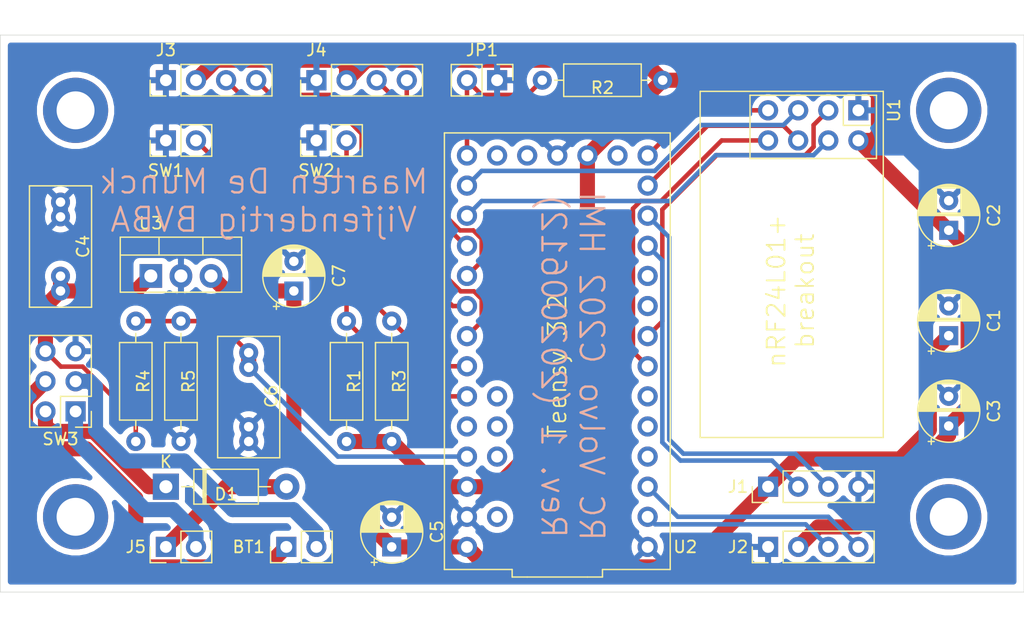
<source format=kicad_pcb>
(kicad_pcb (version 20211014) (generator pcbnew)
  (title_block (title "Earth Rover") (date "2020-06-23") (rev "2") (company "Vijfendertig BVBA") (comment 1 "Maarten De Munck") (comment 2 "Human Machine Interface"))
  (layers (0 "F.Cu" signal) (31 "B.Cu" signal) (34 "B.Paste" user) (35 "F.Paste" user) (36 "B.SilkS" user "B.Silkscreen") (37 "F.SilkS" user "F.Silkscreen") (38 "B.Mask" user) (39 "F.Mask" user) (44 "Edge.Cuts" user))
  (net 0 "")
  (net 1 "+5V")
  (net 2 "GND")
  (net 3 "Net-(C4-Pad1)")
  (net 4 "/BATTERY_MONITOR")
  (net 5 "Net-(D1-Pad1)")
  (net 6 "/CHARGE_+")
  (net 7 "/NEXTION_TX")
  (net 8 "/NEXTION_RX")
  (net 9 "/GPS_SERIAL_RX")
  (net 10 "/GPS_SERIAL_TX")
  (net 11 "/JS_LEFT_X")
  (net 12 "/JS_LEFT_Y")
  (net 13 "/JS_RIGHT_Y")
  (net 14 "/JS_RIGHT_X")
  (net 15 "/CHARGE_GND")
  (net 16 "/RESET_EEPROM")
  (net 17 "/BTN_LEFT")
  (net 18 "/BTN_RIGHT")
  (net 19 "/NRF24L01_CE")
  (net 20 "/NRF24L01_CSN")
  (net 21 "/NRF24L01_SCK")
  (net 22 "/NRF24L01_MOSI")
  (net 23 "/NRF24L01_MISO")
  (net 24 "/NRF24L01_IRQ")
  (net 25 "/BATT_GND")
  (net 26 "/BATT_+")
  (net 27 "Net-(U2-Pad9)")
  (net 28 "Net-(U2-Pad6)")
  (net 29 "Net-(U2-Pad5)")
  (net 30 "Net-(U2-Pad4)")
  (net 31 "Net-(U2-Pad37)")
  (net 32 "Net-(U2-Pad36)")
  (net 33 "Net-(U2-Pad35)")
  (net 34 "Net-(U2-Pad34)")
  (net 35 "Net-(U2-Pad29)")
  (net 36 "Net-(U2-Pad19)")
  (net 37 "Net-(U2-Pad18)")
  (net 38 "Net-(U2-Pad15)")
  (net 39 "Net-(U2-Pad10)")
  (net 40 "+3V3")
  (footprint "Capacitor_THT:CP_Radial_D5.0mm_P2.50mm" (layer "F.Cu") (at 146.05 149.82 90)
    (fp_text reference "C1" (at 1.25 3.81 90) (layer "F.SilkS"))
    (fp_text value "10u")
    (pad "1" thru_hole rect locked (at 0 0 90) (size 1.6 1.6) (drill 0.8) (layers *.Cu *.Mask) (net 1 "+5V"))
    (pad "2" thru_hole circle locked (at 2.5 0 90) (size 1.6 1.6) (drill 0.8) (layers *.Cu *.Mask) (net 2 "GND"))
  )
  (footprint "Capacitor_THT:CP_Radial_D5.0mm_P2.50mm" (layer "F.Cu") (at 146.05 157.44 90)
    (fp_text reference "C3" (at 1.25 3.81 90) (layer "F.SilkS"))
    (fp_text value "10u")
    (pad "1" thru_hole rect locked (at 0 0 90) (size 1.6 1.6) (drill 0.8) (layers *.Cu *.Mask) (net 40 "+3V3"))
    (pad "2" thru_hole circle locked (at 2.5 0 90) (size 1.6 1.6) (drill 0.8) (layers *.Cu *.Mask) (net 2 "GND"))
  )
  (footprint "Capacitor_THT:C_Rect_L10.0mm_W5.0mm_P5.00mm_P7.50mm" (layer "F.Cu") (at 71.12 146.05 90)
    (fp_text reference "C4" (at 3.75 1.905 90) (layer "F.SilkS"))
    (fp_text value "470n")
    (pad "1" thru_hole circle locked (at 1.25 0 90) (size 1.6 1.6) (drill 0.8) (layers *.Cu *.Mask) (net 3 "Net-(C4-Pad1)"))
    (pad "1" thru_hole circle locked (at 0 0 90) (size 1.6 1.6) (drill 0.8) (layers *.Cu *.Mask) (net 3 "Net-(C4-Pad1)"))
    (pad "2" thru_hole circle locked (at 6.25 0 90) (size 1.6 1.6) (drill 0.8) (layers *.Cu *.Mask) (net 2 "GND"))
    (pad "2" thru_hole circle locked (at 7.5 0 90) (size 1.6 1.6) (drill 0.8) (layers *.Cu *.Mask) (net 2 "GND"))
  )
  (footprint "Capacitor_THT:CP_Radial_D5.0mm_P2.50mm" (layer "F.Cu") (at 99.06 167.64 90)
    (fp_text reference "C5" (at 1.27 3.81 90) (layer "F.SilkS"))
    (fp_text value "10u")
    (pad "1" thru_hole rect locked (at 0 0 90) (size 1.6 1.6) (drill 0.8) (layers *.Cu *.Mask) (net 1 "+5V"))
    (pad "2" thru_hole circle locked (at 2.5 0 90) (size 1.6 1.6) (drill 0.8) (layers *.Cu *.Mask) (net 2 "GND"))
  )
  (footprint "Capacitor_THT:C_Rect_L10.0mm_W5.0mm_P5.00mm_P7.50mm" (layer "F.Cu") (at 86.995 151.25 -90)
    (fp_text reference "C6" (at 3.69 -1.905 90) (layer "F.SilkS"))
    (fp_text value "100n")
    (pad "1" thru_hole circle locked (at 1.25 0 270) (size 1.6 1.6) (drill 0.8) (layers *.Cu *.Mask) (net 4 "/BATTERY_MONITOR"))
    (pad "1" thru_hole circle locked (at 0 0 270) (size 1.6 1.6) (drill 0.8) (layers *.Cu *.Mask) (net 4 "/BATTERY_MONITOR"))
    (pad "2" thru_hole circle locked (at 7.5 0 270) (size 1.6 1.6) (drill 0.8) (layers *.Cu *.Mask) (net 2 "GND"))
    (pad "2" thru_hole circle locked (at 6.25 0 270) (size 1.6 1.6) (drill 0.8) (layers *.Cu *.Mask) (net 2 "GND"))
  )
  (footprint "Capacitor_THT:CP_Radial_D5.0mm_P2.50mm" (layer "F.Cu") (at 90.805 146.05 90)
    (fp_text reference "C7" (at 1.27 3.81 90) (layer "F.SilkS"))
    (fp_text value "47u")
    (pad "1" thru_hole rect locked (at 0 0 90) (size 1.6 1.6) (drill 0.8) (layers *.Cu *.Mask) (net 1 "+5V"))
    (pad "2" thru_hole circle locked (at 2.5 0 90) (size 1.6 1.6) (drill 0.8) (layers *.Cu *.Mask) (net 2 "GND"))
  )
  (footprint "Connector_PinHeader_2.54mm:PinHeader_1x04_P2.54mm_Vertical" (layer "F.Cu") (at 130.81 167.64 90)
    (fp_text reference "J2" (at 0 -2.54 180) (layer "F.SilkS"))
    (fp_text value "Conn_01x04_Male")
    (pad "1" thru_hole rect locked (at 0 0 90) (size 1.7 1.7) (drill 1) (layers *.Cu *.Mask) (net 2 "GND"))
    (pad "2" thru_hole oval locked (at 0 2.54 90) (size 1.7 1.7) (drill 1) (layers *.Cu *.Mask) (net 40 "+3V3"))
    (pad "3" thru_hole oval locked (at 0 5.08 90) (size 1.7 1.7) (drill 1) (layers *.Cu *.Mask) (net 10 "/GPS_SERIAL_TX"))
    (pad "4" thru_hole oval locked (at 0 7.62 90) (size 1.7 1.7) (drill 1) (layers *.Cu *.Mask) (net 9 "/GPS_SERIAL_RX"))
  )
  (footprint "Connector_PinHeader_2.54mm:PinHeader_1x04_P2.54mm_Vertical" (layer "F.Cu") (at 80.01 128.27 90)
    (fp_text reference "J3" (at 2.54 0 180) (layer "F.SilkS"))
    (fp_text value "Conn_01x04_Male")
    (pad "1" thru_hole rect locked (at 0 0 90) (size 1.7 1.7) (drill 1) (layers *.Cu *.Mask) (net 2 "GND"))
    (pad "2" thru_hole oval locked (at 0 2.54 90) (size 1.7 1.7) (drill 1) (layers *.Cu *.Mask) (net 40 "+3V3"))
    (pad "3" thru_hole oval locked (at 0 5.08 90) (size 1.7 1.7) (drill 1) (layers *.Cu *.Mask) (net 11 "/JS_LEFT_X"))
    (pad "4" thru_hole oval locked (at 0 7.62 90) (size 1.7 1.7) (drill 1) (layers *.Cu *.Mask) (net 12 "/JS_LEFT_Y"))
  )
  (footprint "Connector_PinHeader_2.54mm:PinHeader_1x04_P2.54mm_Vertical" (layer "F.Cu") (at 92.71 128.27 90)
    (fp_text reference "J4" (at 2.54 0 180) (layer "F.SilkS"))
    (fp_text value "Conn_01x04_Male")
    (pad "1" thru_hole rect locked (at 0 0 90) (size 1.7 1.7) (drill 1) (layers *.Cu *.Mask) (net 2 "GND"))
    (pad "2" thru_hole oval locked (at 0 2.54 90) (size 1.7 1.7) (drill 1) (layers *.Cu *.Mask) (net 40 "+3V3"))
    (pad "3" thru_hole oval locked (at 0 5.08 90) (size 1.7 1.7) (drill 1) (layers *.Cu *.Mask) (net 14 "/JS_RIGHT_X"))
    (pad "4" thru_hole oval locked (at 0 7.62 90) (size 1.7 1.7) (drill 1) (layers *.Cu *.Mask) (net 13 "/JS_RIGHT_Y"))
  )
  (footprint "Connector_PinHeader_2.54mm:PinHeader_1x02_P2.54mm_Vertical" (layer "F.Cu") (at 107.95 128.27 -90)
    (fp_text reference "JP1" (at -2.54 1.27 180) (layer "F.SilkS"))
    (fp_text value "Jumper_2_Open")
    (pad "1" thru_hole rect locked (at 0 0 270) (size 1.7 1.7) (drill 1) (layers *.Cu *.Mask) (net 2 "GND"))
    (pad "2" thru_hole oval locked (at 0 2.54 270) (size 1.7 1.7) (drill 1) (layers *.Cu *.Mask) (net 16 "/RESET_EEPROM"))
  )
  (footprint "Resistor_THT:R_Axial_DIN0207_L6.3mm_D2.5mm_P10.16mm_Horizontal" (layer "F.Cu") (at 95.25 158.75 90)
    (fp_text reference "R1" (at 5.08 0.635 90) (layer "F.SilkS"))
    (fp_text value "10k")
    (pad "1" thru_hole circle locked (at 0 0 90) (size 1.6 1.6) (drill 0.8) (layers *.Cu *.Mask) (net 40 "+3V3"))
    (pad "2" thru_hole oval locked (at 10.16 0 90) (size 1.6 1.6) (drill 0.8) (layers *.Cu *.Mask) (net 17 "/BTN_LEFT"))
  )
  (footprint "Resistor_THT:R_Axial_DIN0207_L6.3mm_D2.5mm_P10.16mm_Horizontal" (layer "F.Cu") (at 77.47 148.59 -90)
    (fp_text reference "R4" (at 5.08 -0.635 90) (layer "F.SilkS"))
    (fp_text value "220k, 1%")
    (pad "1" thru_hole circle locked (at 0 0 270) (size 1.6 1.6) (drill 0.8) (layers *.Cu *.Mask) (net 4 "/BATTERY_MONITOR"))
    (pad "2" thru_hole oval locked (at 10.16 0 270) (size 1.6 1.6) (drill 0.8) (layers *.Cu *.Mask) (net 3 "Net-(C4-Pad1)"))
  )
  (footprint "Resistor_THT:R_Axial_DIN0207_L6.3mm_D2.5mm_P10.16mm_Horizontal" (layer "F.Cu") (at 81.28 158.75 90)
    (fp_text reference "R5" (at 5.08 0.635 90) (layer "F.SilkS"))
    (fp_text value "100k, 1%")
    (pad "1" thru_hole circle locked (at 0 0 90) (size 1.6 1.6) (drill 0.8) (layers *.Cu *.Mask) (net 2 "GND"))
    (pad "2" thru_hole oval locked (at 10.16 0 90) (size 1.6 1.6) (drill 0.8) (layers *.Cu *.Mask) (net 4 "/BATTERY_MONITOR"))
  )
  (footprint "Connector_PinHeader_2.54mm:PinHeader_1x02_P2.54mm_Vertical" (layer "F.Cu") (at 80.01 133.35 90)
    (fp_text reference "SW1" (at -2.54 0 180) (layer "F.SilkS"))
    (fp_text value "SW_Push")
    (pad "1" thru_hole rect locked (at 0 0 90) (size 1.7 1.7) (drill 1) (layers *.Cu *.Mask) (net 2 "GND"))
    (pad "2" thru_hole oval locked (at 0 2.54 90) (size 1.7 1.7) (drill 1) (layers *.Cu *.Mask) (net 17 "/BTN_LEFT"))
  )
  (footprint "Connector_PinHeader_2.54mm:PinHeader_1x02_P2.54mm_Vertical" (layer "F.Cu") (at 92.71 133.35 90)
    (fp_text reference "SW2" (at -2.54 0 180) (layer "F.SilkS"))
    (fp_text value "SW_Push")
    (pad "1" thru_hole rect locked (at 0 0 90) (size 1.7 1.7) (drill 1) (layers *.Cu *.Mask) (net 2 "GND"))
    (pad "2" thru_hole oval locked (at 0 2.54 90) (size 1.7 1.7) (drill 1) (layers *.Cu *.Mask) (net 18 "/BTN_RIGHT"))
  )
  (footprint "earth-rover-footprints:Teensy_3.2" (layer "F.Cu") (at 113.03 151.13 90)
    (fp_text reference "U2" (at -16.51 10.795 180) (layer "F.SilkS"))
    (fp_text value "Teensy3.2")
    (pad "1" thru_hole circle locked (at -16.51 7.62 90) (size 1.7 1.7) (drill 1) (layers *.Cu *.Mask) (net 2 "GND"))
    (pad "2" thru_hole circle locked (at -13.97 7.62 90) (size 1.7 1.7) (drill 1) (layers *.Cu *.Mask) (net 10 "/GPS_SERIAL_TX"))
    (pad "3" thru_hole circle locked (at -11.43 7.62 90) (size 1.7 1.7) (drill 1) (layers *.Cu *.Mask) (net 9 "/GPS_SERIAL_RX"))
    (pad "4" thru_hole circle locked (at -8.89 7.62 90) (size 1.7 1.7) (drill 1) (layers *.Cu *.Mask) (net 30 "Net-(U2-Pad4)"))
    (pad "5" thru_hole circle locked (at -6.35 7.62 90) (size 1.7 1.7) (drill 1) (layers *.Cu *.Mask) (net 29 "Net-(U2-Pad5)"))
    (pad "6" thru_hole circle locked (at -3.81 7.62 90) (size 1.7 1.7) (drill 1) (layers *.Cu *.Mask) (net 28 "Net-(U2-Pad6)"))
    (pad "7" thru_hole circle locked (at -1.27 7.62 90) (size 1.7 1.7) (drill 1) (layers *.Cu *.Mask) (net 24 "/NRF24L01_IRQ"))
    (pad "8" thru_hole circle locked (at 1.27 7.62 90) (size 1.7 1.7) (drill 1) (layers *.Cu *.Mask) (net 19 "/NRF24L01_CE"))
    (pad "9" thru_hole circle locked (at 3.81 7.62 90) (size 1.7 1.7) (drill 1) (layers *.Cu *.Mask) (net 27 "Net-(U2-Pad9)"))
    (pad "10" thru_hole circle locked (at 6.35 7.62 90) (size 1.7 1.7) (drill 1) (layers *.Cu *.Mask) (net 39 "Net-(U2-Pad10)"))
    (pad "11" thru_hole circle locked (at 8.89 7.62 90) (size 1.7 1.7) (drill 1) (layers *.Cu *.Mask) (net 7 "/NEXTION_TX"))
    (pad "12" thru_hole circle locked (at 11.43 7.62 90) (size 1.7 1.7) (drill 1) (layers *.Cu *.Mask) (net 8 "/NEXTION_RX"))
    (pad "13" thru_hole circle locked (at 13.97 7.62 90) (size 1.7 1.7) (drill 1) (layers *.Cu *.Mask) (net 22 "/NRF24L01_MOSI"))
    (pad "14" thru_hole circle locked (at 16.51 7.62 90) (size 1.7 1.7) (drill 1) (layers *.Cu *.Mask) (net 23 "/NRF24L01_MISO"))
    (pad "15" thru_hole circle locked (at 16.51 5.08 90) (size 1.7 1.7) (drill 1) (layers *.Cu *.Mask) (net 38 "Net-(U2-Pad15)"))
    (pad "16" thru_hole circle locked (at 16.51 2.54 90) (size 1.7 1.7) (drill 1) (layers *.Cu *.Mask) (net 40 "+3V3"))
    (pad "17" thru_hole circle locked (at 16.51 0 90) (size 1.7 1.7) (drill 1) (layers *.Cu *.Mask) (net 2 "GND"))
    (pad "18" thru_hole circle locked (at 16.51 -2.54 90) (size 1.7 1.7) (drill 1) (layers *.Cu *.Mask) (net 37 "Net-(U2-Pad18)"))
    (pad "19" thru_hole circle locked (at 16.51 -5.08 90) (size 1.7 1.7) (drill 1) (layers *.Cu *.Mask) (net 36 "Net-(U2-Pad19)"))
    (pad "20" thru_hole circle locked (at 16.51 -7.62 90) (size 1.7 1.7) (drill 1) (layers *.Cu *.Mask) (net 16 "/RESET_EEPROM"))
    (pad "21" thru_hole circle locked (at 13.97 -7.62 90) (size 1.7 1.7) (drill 1) (layers *.Cu *.Mask) (net 21 "/NRF24L01_SCK"))
    (pad "22" thru_hole circle locked (at 11.43 -7.62 90) (size 1.7 1.7) (drill 1) (layers *.Cu *.Mask) (net 20 "/NRF24L01_CSN"))
    (pad "23" thru_hole circle locked (at 8.89 -7.62 90) (size 1.7 1.7) (drill 1) (layers *.Cu *.Mask) (net 14 "/JS_RIGHT_X"))
    (pad "24" thru_hole circle locked (at 6.35 -7.62 90) (size 1.7 1.7) (drill 1) (layers *.Cu *.Mask) (net 13 "/JS_RIGHT_Y"))
    (pad "25" thru_hole circle locked (at 3.81 -7.62 90) (size 1.7 1.7) (drill 1) (layers *.Cu *.Mask) (net 11 "/JS_LEFT_X"))
    (pad "26" thru_hole circle locked (at 1.27 -7.62 90) (size 1.7 1.7) (drill 1) (layers *.Cu *.Mask) (net 12 "/JS_LEFT_Y"))
    (pad "27" thru_hole circle locked (at -1.27 -7.62 90) (size 1.7 1.7) (drill 1) (layers *.Cu *.Mask) (net 18 "/BTN_RIGHT"))
    (pad "28" thru_hole circle locked (at -3.81 -7.62 90) (size 1.7 1.7) (drill 1) (layers *.Cu *.Mask) (net 17 "/BTN_LEFT"))
    (pad "29" thru_hole circle locked (at -6.35 -7.62 90) (size 1.7 1.7) (drill 1) (layers *.Cu *.Mask) (net 35 "Net-(U2-Pad29)"))
    (pad "30" thru_hole circle locked (at -8.89 -7.62 90) (size 1.7 1.7) (drill 1) (layers *.Cu *.Mask) (net 4 "/BATTERY_MONITOR"))
    (pad "31" thru_hole circle locked (at -11.43 -7.62 90) (size 1.7 1.7) (drill 1) (layers *.Cu *.Mask) (net 40 "+3V3"))
    (pad "32" thru_hole circle locked (at -13.97 -7.62 90) (size 1.7 1.7) (drill 1) (layers *.Cu *.Mask) (net 2 "GND"))
    (pad "33" thru_hole circle locked (at -16.51 -7.62 90) (size 1.7 1.7) (drill 1) (layers *.Cu *.Mask) (net 1 "+5V"))
    (pad "34" thru_hole circle locked (at -13.97 -5.08 90) (size 1.7 1.7) (drill 1) (layers *.Cu *.Mask) (net 34 "Net-(U2-Pad34)"))
    (pad "35" thru_hole circle locked (at -8.89 -5.08 90) (size 1.7 1.7) (drill 1) (layers *.Cu *.Mask) (net 33 "Net-(U2-Pad35)"))
    (pad "36" thru_hole circle locked (at -6.35 -5.08 90) (size 1.7 1.7) (drill 1) (layers *.Cu *.Mask) (net 32 "Net-(U2-Pad36)"))
    (pad "37" thru_hole circle locked (at -3.81 -5.08 90) (size 1.7 1.7) (drill 1) (layers *.Cu *.Mask) (net 31 "Net-(U2-Pad37)"))
  )
  (footprint "Package_TO_SOT_THT:TO-220-3_Vertical" (layer "F.Cu") (at 78.74 144.78)
    (fp_text reference "U3" (at 0 -4.445) (layer "F.SilkS"))
    (fp_text value "LM2940CT-5.0")
    (pad "1" thru_hole rect locked (at 0 0) (size 1.905 2) (drill 1.1) (layers *.Cu *.Mask) (net 3 "Net-(C4-Pad1)"))
    (pad "2" thru_hole oval locked (at 2.54 0) (size 1.905 2) (drill 1.1) (layers *.Cu *.Mask) (net 2 "GND"))
    (pad "3" thru_hole oval locked (at 5.08 0) (size 1.905 2) (drill 1.1) (layers *.Cu *.Mask) (net 1 "+5V"))
  )
  (footprint "Resistor_THT:R_Axial_DIN0207_L6.3mm_D2.5mm_P10.16mm_Horizontal" (layer "F.Cu") (at 121.92 128.27 180)
    (fp_text reference "R2" (at 5.08 -0.635) (layer "F.SilkS"))
    (fp_text value "10k")
    (pad "1" thru_hole circle locked (at 0 0 180) (size 1.6 1.6) (drill 0.8) (layers *.Cu *.Mask) (net 40 "+3V3"))
    (pad "2" thru_hole oval locked (at 10.16 0 180) (size 1.6 1.6) (drill 0.8) (layers *.Cu *.Mask) (net 16 "/RESET_EEPROM"))
  )
  (footprint "Diode_THT:D_DO-41_SOD81_P10.16mm_Horizontal" (layer "F.Cu") (at 80.01 162.56)
    (fp_text reference "D1" (at 5.08 0.635) (layer "F.SilkS"))
    (fp_text value "1N4001")
    (fp_text user "K" (at 0 -2.1) (layer "F.SilkS"))
    (pad "1" thru_hole rect locked (at 0 0) (size 2.2 2.2) (drill 1.1) (layers *.Cu *.Mask) (net 5 "Net-(D1-Pad1)"))
    (pad "2" thru_hole oval locked (at 10.16 0) (size 2.2 2.2) (drill 1.1) (layers *.Cu *.Mask) (net 6 "/CHARGE_+"))
  )
  (footprint "earth-rover-footprints:PinHeader_2x03_P2.54mm_Vertical_Switch_DPDT" (layer "F.Cu") (at 72.39 156.21 180)
    (fp_text reference "SW3" (at 1.27 -2.33) (layer "F.SilkS"))
    (fp_text value "SW_DPDT_x2")
    (pad "1" thru_hole rect locked (at 0 0 180) (size 1.7 1.7) (drill 1) (layers *.Cu *.Mask) (net 15 "/CHARGE_GND"))
    (pad "2" thru_hole oval locked (at 0 2.54 180) (size 1.7 1.7) (drill 1) (layers *.Cu *.Mask) (net 25 "/BATT_GND"))
    (pad "3" thru_hole oval locked (at 0 5.08 180) (size 1.7 1.7) (drill 1) (layers *.Cu *.Mask) (net 2 "GND"))
    (pad "4" thru_hole oval locked (at 2.54 0 180) (size 1.7 1.7) (drill 1) (layers *.Cu *.Mask) (net 5 "Net-(D1-Pad1)"))
    (pad "5" thru_hole oval locked (at 2.54 2.54 180) (size 1.7 1.7) (drill 1) (layers *.Cu *.Mask) (net 26 "/BATT_+"))
    (pad "6" thru_hole oval locked (at 2.54 5.08 180) (size 1.7 1.7) (drill 1) (layers *.Cu *.Mask) (net 3 "Net-(C4-Pad1)"))
  )
  (footprint "Capacitor_THT:CP_Radial_D5.0mm_P2.50mm" (layer "F.Cu") (at 146.05 140.93 90)
    (fp_text reference "C2" (at 1.25 3.81 90) (layer "F.SilkS"))
    (fp_text value "10u")
    (pad "1" thru_hole rect locked (at 0 0 90) (size 1.6 1.6) (drill 0.8) (layers *.Cu *.Mask) (net 40 "+3V3"))
    (pad "2" thru_hole circle locked (at 2.5 0 90) (size 1.6 1.6) (drill 0.8) (layers *.Cu *.Mask) (net 2 "GND"))
  )
  (footprint "Connector_PinHeader_2.54mm:PinHeader_1x02_P2.54mm_Vertical" (layer "F.Cu") (at 80.01 167.64 90)
    (fp_text reference "J5" (at 0 -2.54 180) (layer "F.SilkS"))
    (fp_text value "5.4mm/2.5mm")
    (pad "1" thru_hole rect locked (at 0 0 90) (size 1.7 1.7) (drill 1) (layers *.Cu *.Mask) (net 6 "/CHARGE_+"))
    (pad "2" thru_hole oval locked (at 0 2.54 90) (size 1.7 1.7) (drill 1) (layers *.Cu *.Mask) (net 15 "/CHARGE_GND"))
  )
  (footprint "Resistor_THT:R_Axial_DIN0207_L6.3mm_D2.5mm_P10.16mm_Horizontal" (layer "F.Cu") (at 99.06 158.75 90)
    (fp_text reference "R3" (at 5.08 0.635 90) (layer "F.SilkS"))
    (fp_text value "10k")
    (pad "1" thru_hole circle locked (at 0 0 90) (size 1.6 1.6) (drill 0.8) (layers *.Cu *.Mask) (net 40 "+3V3"))
    (pad "2" thru_hole oval locked (at 10.16 0 90) (size 1.6 1.6) (drill 0.8) (layers *.Cu *.Mask) (net 18 "/BTN_RIGHT"))
  )
  (footprint "Connector_PinHeader_2.54mm:PinHeader_1x04_P2.54mm_Vertical" (layer "F.Cu") (at 130.81 162.56 90)
    (fp_text reference "J1" (at 0 -2.54 180) (layer "F.SilkS"))
    (fp_text value "Conn_01x04_Male")
    (pad "1" thru_hole rect locked (at 0 0 90) (size 1.7 1.7) (drill 1) (layers *.Cu *.Mask) (net 1 "+5V"))
    (pad "2" thru_hole oval locked (at 0 2.54 90) (size 1.7 1.7) (drill 1) (layers *.Cu *.Mask) (net 7 "/NEXTION_TX"))
    (pad "3" thru_hole oval locked (at 0 5.08 90) (size 1.7 1.7) (drill 1) (layers *.Cu *.Mask) (net 8 "/NEXTION_RX"))
    (pad "4" thru_hole oval locked (at 0 7.62 90) (size 1.7 1.7) (drill 1) (layers *.Cu *.Mask) (net 2 "GND"))
  )
  (footprint "Connector_PinHeader_2.54mm:PinHeader_1x02_P2.54mm_Vertical" (layer "F.Cu") (at 90.17 167.64 90)
    (fp_text reference "BT1" (at 0 -3.175 180) (layer "F.SilkS"))
    (fp_text value "6x NiMH AA")
    (pad "1" thru_hole rect locked (at 0 0 90) (size 1.7 1.7) (drill 1) (layers *.Cu *.Mask) (net 26 "/BATT_+"))
    (pad "2" thru_hole oval locked (at 0 2.54 90) (size 1.7 1.7) (drill 1) (layers *.Cu *.Mask) (net 25 "/BATT_GND"))
  )
  (footprint "MountingHole:MountingHole_3.2mm_M3_ISO14580_Pad" (layer "F.Cu") (at 146.05 165.1)
    (fp_text reference "REF**" hide)
    (fp_text value "MountingHole_3.2mm_M3_ISO14580_Pad" hide)
    (pad "1" thru_hole circle locked (at 0 0) (size 5.5 5.5) (drill 3.2) (layers *.Cu *.Mask))
  )
  (footprint "MountingHole:MountingHole_3.2mm_M3_ISO14580_Pad" (layer "F.Cu") (at 72.39 165.1)
    (fp_text reference "REF**" hide)
    (fp_text value "MountingHole_3.2mm_M3_ISO14580_Pad" hide)
    (pad "1" thru_hole circle locked (at 0 0) (size 5.5 5.5) (drill 3.2) (layers *.Cu *.Mask))
  )
  (footprint "MountingHole:MountingHole_3.2mm_M3_ISO14580_Pad" (layer "F.Cu") (at 146.05 130.81)
    (fp_text reference "REF**" hide)
    (fp_text value "MountingHole_3.2mm_M3_ISO14580_Pad" hide)
    (pad "1" thru_hole circle locked (at 0 0) (size 5.5 5.5) (drill 3.2) (layers *.Cu *.Mask))
  )
  (footprint "MountingHole:MountingHole_3.2mm_M3_ISO14580_Pad" (layer "F.Cu") (at 72.39 130.81)
    (fp_text reference "REF**" hide)
    (fp_text value "MountingHole_3.2mm_M3_ISO14580_Pad" hide)
    (pad "1" thru_hole circle locked (at 0 0) (size 5.5 5.5) (drill 3.2) (layers *.Cu *.Mask))
  )
  (footprint "earth-rover-footprints:nRF24L01_Breakout_LargerHoles" (layer "F.Cu") (at 138.43 130.81 -90)
    (fp_text reference "U1" (at 0 -3 90) (layer "F.SilkS"))
    (fp_text value "NRF24L01+")
    (pad "1" thru_hole rect locked (at 0 0 270) (size 1.7 1.7) (drill 1) (layers *.Cu *.Mask) (net 2 "GND"))
    (pad "2" thru_hole oval locked (at 2.54 0 270) (size 1.7 1.7) (drill 1) (layers *.Cu *.Mask) (net 40 "+3V3"))
    (pad "3" thru_hole oval locked (at 0 2.54 270) (size 1.7 1.7) (drill 1) (layers *.Cu *.Mask) (net 19 "/NRF24L01_CE"))
    (pad "4" thru_hole oval locked (at 2.54 2.54 270) (size 1.7 1.7) (drill 1) (layers *.Cu *.Mask) (net 20 "/NRF24L01_CSN"))
    (pad "5" thru_hole oval locked (at 0 5.08 270) (size 1.7 1.7) (drill 1) (layers *.Cu *.Mask) (net 21 "/NRF24L01_SCK"))
    (pad "6" thru_hole oval locked (at 2.54 5.08 270) (size 1.7 1.7) (drill 1) (layers *.Cu *.Mask) (net 22 "/NRF24L01_MOSI"))
    (pad "7" thru_hole oval locked (at 0 7.62 270) (size 1.7 1.7) (drill 1) (layers *.Cu *.Mask) (net 23 "/NRF24L01_MISO"))
    (pad "8" thru_hole oval locked (at 2.54 7.62 270) (size 1.7 1.7) (drill 1) (layers *.Cu *.Mask) (net 24 "/NRF24L01_IRQ"))
  )
  (gr_line (start 66.04 171.45) (end 66.04 124.46) (layer "Edge.Cuts") (width 0.05))
  (gr_line (start 66.04 171.45) (end 152.4 171.45) (layer "Edge.Cuts") (width 0.05))
  (gr_line (start 152.4 124.46) (end 152.4 171.45) (layer "Edge.Cuts") (width 0.05))
  (gr_line (start 66.04 124.46) (end 152.4 124.46) (layer "Edge.Cuts") (width 0.05))
  (gr_text "Maarten De Munck\nVijfendertig BVBA" (at 88.265 138.43) (layer "B.SilkS") (effects (font (size 2 2) (thickness 0.2)) (justify mirror)))
  (gr_text "RC Volvo C202 HMI\nRev. 1 (20200612)" (at 114.3 152.4 270) (layer "B.SilkS") (effects (font (size 2 2) (thickness 0.2)) (justify mirror)))
  (gr_text "nRF24L01+\nbreakout" (at 132.715 146.05 90) (layer "F.SilkS") (effects (font (size 1.5 1.5))))
  (gr_text "Teensy 3.2" (at 113.03 152.4 90) (layer "F.SilkS") (effects (font (size 1.5 1.5))))
  (segment (start 130.81 162.56) (end 133.14999 160.22001) (width 1.27) (layer "F.Cu") (net 1))
  (segment (start 107.095001 169.325001) (end 124.044999 169.325001) (width 1.27) (layer "F.Cu") (net 1))
  (segment (start 90.805 146.05) (end 90.805 159.385) (width 1.27) (layer "F.Cu") (net 1))
  (segment (start 105.41 167.64) (end 107.095001 169.325001) (width 1.27) (layer "F.Cu") (net 1))
  (segment (start 141.950874 160.22001) (end 144.414999 157.755885) (width 1.27) (layer "F.Cu") (net 1))
  (segment (start 133.14999 160.22001) (end 141.950874 160.22001) (width 1.27) (layer "F.Cu") (net 1))
  (segment (start 90.805 159.385) (end 99.06 167.64) (width 1.27) (layer "F.Cu") (net 1))
  (segment (start 90.805 146.05) (end 85.09 146.05) (width 1.27) (layer "F.Cu") (net 1))
  (segment (start 99.06 167.64) (end 105.41 167.64) (width 1.27) (layer "F.Cu") (net 1))
  (segment (start 144.414999 151.455001) (end 146.05 149.82) (width 1.27) (layer "F.Cu") (net 1))
  (segment (start 85.09 146.05) (end 83.82 144.78) (width 1.27) (layer "F.Cu") (net 1))
  (segment (start 144.414999 157.755885) (end 144.414999 151.455001) (width 1.27) (layer "F.Cu") (net 1))
  (segment (start 124.044999 169.325001) (end 130.81 162.56) (width 1.27) (layer "F.Cu") (net 1))
  (segment (start 80.01 133.35) (end 76.32 133.35) (width 0.381) (layer "B.Cu") (net 2))
  (segment (start 81.28 158.75) (end 83.82 156.21) (width 0.381) (layer "B.Cu") (net 2))
  (segment (start 71.12 138.55) (end 71.12 139.8) (width 1.27) (layer "B.Cu") (net 2))
  (segment (start 83.82 156.21) (end 85.705 156.21) (width 0.381) (layer "B.Cu") (net 2))
  (segment (start 86.995 157.5) (end 86.995 158.75) (width 1.27) (layer "B.Cu") (net 2))
  (segment (start 85.705 156.21) (end 86.995 157.5) (width 0.381) (layer "B.Cu") (net 2))
  (segment (start 76.32 133.35) (end 71.12 138.55) (width 0.381) (layer "B.Cu") (net 2))
  (segment (start 71.149499 152.429499) (end 72.985441 152.429499) (width 0.381) (layer "F.Cu") (net 3))
  (segment (start 71.12 146.05) (end 71.12 144.8) (width 1.27) (layer "F.Cu") (net 3))
  (segment (start 69.85 151.13) (end 69.85 147.32) (width 1.27) (layer "F.Cu") (net 3))
  (segment (start 77.47 146.05) (end 78.74 144.78) (width 1.27) (layer "F.Cu") (net 3))
  (segment (start 71.12 146.05) (end 77.47 146.05) (width 1.27) (layer "F.Cu") (net 3))
  (segment (start 69.85 147.32) (end 71.12 146.05) (width 1.27) (layer "F.Cu") (net 3))
  (segment (start 77.47 156.914058) (end 77.47 158.75) (width 0.381) (layer "F.Cu") (net 3))
  (segment (start 72.985441 152.429499) (end 77.47 156.914058) (width 0.381) (layer "F.Cu") (net 3))
  (segment (start 69.85 151.13) (end 71.149499 152.429499) (width 0.381) (layer "F.Cu") (net 3))
  (segment (start 86.995 151.25) (end 86.995 152.5) (width 1.27) (layer "F.Cu") (net 4))
  (segment (start 77.47 148.59) (end 81.28 148.59) (width 0.381) (layer "F.Cu") (net 4))
  (segment (start 84.335 148.59) (end 86.995 151.25) (width 0.381) (layer "F.Cu") (net 4))
  (segment (start 81.28 148.59) (end 84.335 148.59) (width 0.381) (layer "F.Cu") (net 4))
  (segment (start 94.515 160.02) (end 86.995 152.5) (width 0.381) (layer "B.Cu") (net 4))
  (segment (start 105.41 160.02) (end 94.515 160.02) (width 0.381) (layer "B.Cu") (net 4))
  (segment (start 69.85 156.21) (end 69.85 157.412081) (width 1.27) (layer "F.Cu") (net 5))
  (segment (start 73.908001 157.895001) (end 78.573 162.56) (width 1.27) (layer "F.Cu") (net 5))
  (segment (start 78.573 162.56) (end 80.01 162.56) (width 1.27) (layer "F.Cu") (net 5))
  (segment (start 69.85 157.412081) (end 70.33292 157.895001) (width 1.27) (layer "F.Cu") (net 5))
  (segment (start 70.33292 157.895001) (end 73.908001 157.895001) (width 1.27) (layer "F.Cu") (net 5))
  (segment (start 80.01 167.64) (end 85.09 162.56) (width 1.27) (layer "F.Cu") (net 6))
  (segment (start 85.09 162.56) (end 90.17 162.56) (width 1.27) (layer "F.Cu") (net 6))
  (segment (start 121.890501 158.824439) (end 121.890501 143.480501) (width 0.381) (layer "B.Cu") (net 7))
  (segment (start 133.35 162.56) (end 131.14652 160.35652) (width 0.381) (layer "B.Cu") (net 7))
  (segment (start 121.890501 143.480501) (end 120.65 142.24) (width 0.381) (layer "B.Cu") (net 7))
  (segment (start 123.422581 160.356519) (end 121.890501 158.824439) (width 0.381) (layer "B.Cu") (net 7))
  (segment (start 131.14652 160.35652) (end 123.422581 160.356519) (width 0.381) (layer "B.Cu") (net 7))
  (segment (start 135.89 162.56) (end 133.10551 159.77551) (width 0.381) (layer "B.Cu") (net 8))
  (segment (start 133.10551 159.77551) (end 123.663244 159.77551) (width 0.381) (layer "B.Cu") (net 8))
  (segment (start 123.663244 159.77551) (end 122.471511 158.583777) (width 0.381) (layer "B.Cu") (net 8))
  (segment (start 122.471511 141.521511) (end 120.65 139.7) (width 0.381) (layer "B.Cu") (net 8))
  (segment (start 122.471511 158.583777) (end 122.471511 141.521511) (width 0.381) (layer "B.Cu") (net 8))
  (segment (start 123.19 165.1) (end 120.65 162.56) (width 0.381) (layer "B.Cu") (net 9))
  (segment (start 135.89 165.1) (end 123.19 165.1) (width 0.381) (layer "B.Cu") (net 9))
  (segment (start 138.43 167.64) (end 135.89 165.1) (width 0.381) (layer "B.Cu") (net 9))
  (segment (start 135.89 167.64) (end 133.985 165.735) (width 0.381) (layer "B.Cu") (net 10))
  (segment (start 121.285 165.735) (end 120.65 165.1) (width 0.381) (layer "B.Cu") (net 10))
  (segment (start 133.985 165.735) (end 121.285 165.735) (width 0.381) (layer "B.Cu") (net 10))
  (segment (start 105.41 147.32) (end 104.207919 147.32) (width 0.381) (layer "F.Cu") (net 11))
  (segment (start 106.045 147.32) (end 104.842919 147.32) (width 0.381) (layer "F.Cu") (net 11))
  (segment (start 96.52 132.784058) (end 93.827453 130.091511) (width 0.381) (layer "F.Cu") (net 11))
  (segment (start 93.827453 130.091511) (end 86.911511 130.091511) (width 0.381) (layer "F.Cu") (net 11))
  (segment (start 96.52 139.632081) (end 96.52 132.784058) (width 0.381) (layer "F.Cu") (net 11))
  (segment (start 104.207919 147.32) (end 96.52 139.632081) (width 0.381) (layer "F.Cu") (net 11))
  (segment (start 86.911511 130.091511) (end 85.09 128.27) (width 0.381) (layer "F.Cu") (net 11))
  (segment (start 87.63 128.27) (end 88.870501 129.510501) (width 0.381) (layer "F.Cu") (net 12))
  (segment (start 88.870501 129.510501) (end 94.068116 129.510502) (width 0.381) (layer "F.Cu") (net 12))
  (segment (start 106.650501 146.724559) (end 106.650501 148.619499) (width 0.381) (layer "F.Cu") (net 12))
  (segment (start 98.47899 133.921376) (end 98.47899 139.684932) (width 0.381) (layer "F.Cu") (net 12))
  (segment (start 106.650501 148.619499) (end 105.41 149.86) (width 0.381) (layer "F.Cu") (net 12))
  (segment (start 94.068116 129.510502) (end 98.47899 133.921376) (width 0.381) (layer "F.Cu") (net 12))
  (segment (start 98.47899 139.684932) (end 104.873557 146.079499) (width 0.381) (layer "F.Cu") (net 12))
  (segment (start 104.873557 146.079499) (end 106.005441 146.079499) (width 0.381) (layer "F.Cu") (net 12))
  (segment (start 106.005441 146.079499) (end 106.650501 146.724559) (width 0.381) (layer "F.Cu") (net 12))
  (segment (start 105.946443 140.940501) (end 104.814559 140.940501) (width 0.381) (layer "F.Cu") (net 13))
  (segment (start 106.650501 141.644559) (end 105.946443 140.940501) (width 0.381) (layer "F.Cu") (net 13))
  (segment (start 104.814559 140.940501) (end 100.33 136.455942) (width 0.381) (layer "F.Cu") (net 13))
  (segment (start 105.41 144.78) (end 106.650501 143.539499) (width 0.381) (layer "F.Cu") (net 13))
  (segment (start 100.33 136.455942) (end 100.33 128.27) (width 0.381) (layer "F.Cu") (net 13))
  (segment (start 106.650501 143.539499) (end 106.650501 141.644559) (width 0.381) (layer "F.Cu") (net 13))
  (segment (start 105.292386 142.24) (end 99.06 136.007614) (width 0.381) (layer "F.Cu") (net 14))
  (segment (start 105.41 142.24) (end 105.292386 142.24) (width 0.381) (layer "F.Cu") (net 14))
  (segment (start 99.06 129.54) (end 97.79 128.27) (width 0.381) (layer "F.Cu") (net 14))
  (segment (start 106.045 142.24) (end 104.842919 142.24) (width 0.381) (layer "F.Cu") (net 14))
  (segment (start 99.06 136.007614) (end 99.06 129.54) (width 0.381) (layer "F.Cu") (net 14))
  (segment (start 72.39 158.643002) (end 72.39 156.21) (width 1.27) (layer "B.Cu") (net 15))
  (segment (start 80.607082 164.495001) (end 78.241999 164.495001) (width 1.27) (layer "B.Cu") (net 15))
  (segment (start 82.55 166.437919) (end 80.607082 164.495001) (width 1.27) (layer "B.Cu") (net 15))
  (segment (start 78.241999 164.495001) (end 72.39 158.643002) (width 1.27) (layer "B.Cu") (net 15))
  (segment (start 82.55 167.64) (end 82.55 166.437919) (width 1.27) (layer "B.Cu") (net 15))
  (segment (start 105.41 134.62) (end 105.41 128.27) (width 0.381) (layer "F.Cu") (net 16))
  (segment (start 106.650501 129.510501) (end 110.519499 129.510501) (width 0.381) (layer "F.Cu") (net 16))
  (segment (start 105.41 128.27) (end 106.650501 129.510501) (width 0.381) (layer "F.Cu") (net 16))
  (segment (start 110.519499 129.510501) (end 111.76 128.27) (width 0.381) (layer "F.Cu") (net 16))
  (segment (start 95.25 146.05) (end 95.25 148.59) (width 0.381) (layer "F.Cu") (net 17))
  (segment (start 82.55 133.35) (end 95.25 146.05) (width 0.381) (layer "F.Cu") (net 17))
  (segment (start 95.25 148.59) (end 101.6 154.94) (width 0.381) (layer "F.Cu") (net 17))
  (segment (start 101.6 154.94) (end 105.41 154.94) (width 0.381) (layer "F.Cu") (net 17))
  (segment (start 95.25 133.35) (end 95.25 144.78) (width 0.381) (layer "F.Cu") (net 18))
  (segment (start 95.25 144.78) (end 99.06 148.59) (width 0.381) (layer "F.Cu") (net 18))
  (segment (start 102.87 152.4) (end 99.06 148.59) (width 0.381) (layer "F.Cu") (net 18))
  (segment (start 105.41 152.4) (end 102.87 152.4) (width 0.381) (layer "F.Cu") (net 18))
  (segment (start 134.649499 133.886443) (end 134.649499 132.050501) (width 0.381) (layer "F.Cu") (net 19))
  (segment (start 121.890501 139.177233) (end 126.477233 134.590501) (width 0.381) (layer "F.Cu") (net 19))
  (segment (start 121.890501 139.177233) (end 121.890501 148.619499) (width 0.381) (layer "F.Cu") (net 19))
  (segment (start 134.649499 132.050501) (end 135.89 130.81) (width 0.381) (layer "F.Cu") (net 19))
  (segment (start 121.890501 148.619499) (end 120.65 149.86) (width 0.381) (layer "F.Cu") (net 19))
  (segment (start 126.477233 134.590501) (end 133.945441 134.590501) (width 0.381) (layer "F.Cu") (net 19))
  (segment (start 133.945441 134.590501) (end 134.649499 133.886443) (width 0.381) (layer "F.Cu") (net 19))
  (segment (start 105.41 139.7) (end 106.650501 138.459499) (width 0.381) (layer "B.Cu") (net 20))
  (segment (start 122.525501 138.459499) (end 126.394499 134.590501) (width 0.381) (layer "B.Cu") (net 20))
  (segment (start 126.394499 134.590501) (end 134.649499 134.590501) (width 0.381) (layer "B.Cu") (net 20))
  (segment (start 134.649499 134.590501) (end 135.89 133.35) (width 0.381) (layer "B.Cu") (net 20))
  (segment (start 106.650501 138.459499) (end 122.525501 138.459499) (width 0.381) (layer "B.Cu") (net 20))
  (segment (start 125.124499 132.050501) (end 132.109499 132.050501) (width 0.381) (layer "B.Cu") (net 21))
  (segment (start 132.109499 132.050501) (end 133.35 130.81) (width 0.381) (layer "B.Cu") (net 21))
  (segment (start 121.255501 135.919499) (end 125.124499 132.050501) (width 0.381) (layer "B.Cu") (net 21))
  (segment (start 106.650501 135.919499) (end 121.255501 135.919499) (width 0.381) (layer "B.Cu") (net 21))
  (segment (start 105.41 137.16) (end 106.650501 135.919499) (width 0.381) (layer "B.Cu") (net 21))
  (segment (start 120.65 137.16) (end 125.700501 132.109499) (width 0.381) (layer "F.Cu") (net 22))
  (segment (start 132.109499 132.109499) (end 133.35 133.35) (width 0.381) (layer "F.Cu") (net 22))
  (segment (start 125.700501 132.109499) (end 132.109499 132.109499) (width 0.381) (layer "F.Cu") (net 22))
  (segment (start 130.81 130.81) (end 124.46 130.81) (width 0.381) (layer "F.Cu") (net 23))
  (segment (start 124.46 130.81) (end 120.65 134.62) (width 0.381) (layer "F.Cu") (net 23))
  (segment (start 130.81 133.35) (end 126.896062 133.35) (width 0.381) (layer "F.Cu") (net 24))
  (segment (start 121.786563 138.459499) (end 120.054559 138.459499) (width 0.381) (layer "F.Cu") (net 24))
  (segment (start 126.896062 133.35) (end 121.786563 138.459499) (width 0.381) (layer "F.Cu") (net 24))
  (segment (start 119.409499 139.104559) (end 119.409499 151.159499) (width 0.381) (layer "F.Cu") (net 24))
  (segment (start 120.054559 138.459499) (end 119.409499 139.104559) (width 0.381) (layer "F.Cu") (net 24))
  (segment (start 119.409499 151.159499) (end 120.65 152.4) (width 0.381) (layer "F.Cu") (net 24))
  (segment (start 92.71 166.437919) (end 90.767082 164.495001) (width 1.27) (layer "B.Cu") (net 25))
  (segment (start 74.075001 154.15292) (end 73.592081 153.67) (width 1.27) (layer "B.Cu") (net 25))
  (segment (start 73.592081 153.67) (end 72.39 153.67) (width 1.27) (layer "B.Cu") (net 25))
  (segment (start 90.767082 164.495001) (end 85.648003 164.495001) (width 1.27) (layer "B.Cu") (net 25))
  (segment (start 81.538003 160.385001) (end 76.685199 160.385001) (width 1.27) (layer "B.Cu") (net 25))
  (segment (start 92.71 167.64) (end 92.71 166.437919) (width 1.27) (layer "B.Cu") (net 25))
  (segment (start 74.075001 157.774803) (end 74.075001 154.15292) (width 1.27) (layer "B.Cu") (net 25))
  (segment (start 76.685199 160.385001) (end 74.075001 157.774803) (width 1.27) (layer "B.Cu") (net 25))
  (segment (start 85.648003 164.495001) (end 81.538003 160.385001) (width 1.27) (layer "B.Cu") (net 25))
  (segment (start 78.491999 169.325001) (end 77.47 168.303002) (width 1.27) (layer "F.Cu") (net 26))
  (segment (start 77.47 163.535908) (end 73.299103 159.365011) (width 1.27) (layer "F.Cu") (net 26))
  (segment (start 88.484999 169.325001) (end 90.17 167.64) (width 1.27) (layer "F.Cu") (net 26))
  (segment (start 77.47 168.303002) (end 77.47 163.535908) (width 1.27) (layer "F.Cu") (net 26))
  (segment (start 68.164999 155.355001) (end 69.85 153.67) (width 1.27) (layer "F.Cu") (net 26))
  (segment (start 88.484999 169.325001) (end 78.491999 169.325001) (width 1.27) (layer "F.Cu") (net 26))
  (segment (start 73.299103 159.365011) (end 69.724021 159.36501) (width 1.27) (layer "F.Cu") (net 26))
  (segment (start 68.164999 157.805988) (end 68.164999 155.355001) (width 1.27) (layer "F.Cu") (net 26))
  (segment (start 69.724021 159.36501) (end 68.164999 157.805988) (width 1.27) (layer "F.Cu") (net 26))
  (segment (start 95.25 127.067919) (end 94.76708 126.584999) (width 1.27) (layer "F.Cu") (net 40))
  (segment (start 146.01 140.93) (end 138.43 133.35) (width 1.27) (layer "F.Cu") (net 40))
  (segment (start 95.25 158.75) (end 99.06 158.75) (width 1.27) (layer "F.Cu") (net 40))
  (segment (start 146.05 157.44) (end 147.685001 155.804999) (width 1.27) (layer "F.Cu") (net 40))
  (segment (start 121.92 128.27) (end 120.234999 126.584999) (width 1.27) (layer "F.Cu") (net 40))
  (segment (start 102.87 162.56) (end 105.41 162.56) (width 1.27) (layer "F.Cu") (net 40))
  (segment (start 115.57 134.62) (end 121.92 128.27) (width 1.27) (layer "F.Cu") (net 40))
  (segment (start 146.05 140.93) (end 146.01 140.93) (width 1.27) (layer "F.Cu") (net 40))
  (segment (start 120.234999 126.584999) (end 96.935001 126.584999) (width 1.27) (layer "F.Cu") (net 40))
  (segment (start 138.43 133.35) (end 139.632081 133.35) (width 1.27) (layer "F.Cu") (net 40))
  (segment (start 84.235001 126.584999) (end 82.55 128.27) (width 1.27) (layer "F.Cu") (net 40))
  (segment (start 121.92 128.27) (end 138.917002 128.27) (width 1.27) (layer "F.Cu") (net 40))
  (segment (start 105.41 162.56) (end 107.903802 162.56) (width 1.27) (layer "F.Cu") (net 40))
  (segment (start 138.294793 165.954999) (end 135.035001 165.954999) (width 1.27) (layer "F.Cu") (net 40))
  (segment (start 139.632081 133.35) (end 140.115001 132.86708) (width 1.27) (layer "F.Cu") (net 40))
  (segment (start 146.05 158.199792) (end 138.294793 165.954999) (width 1.27) (layer "F.Cu") (net 40))
  (segment (start 115.57 154.893802) (end 115.57 134.62) (width 1.27) (layer "F.Cu") (net 40))
  (segment (start 147.685001 142.565001) (end 146.05 140.93) (width 1.27) (layer "F.Cu") (net 40))
  (segment (start 96.935001 126.584999) (end 95.25 128.27) (width 1.27) (layer "F.Cu") (net 40))
  (segment (start 146.05 157.44) (end 146.05 158.199792) (width 1.27) (layer "F.Cu") (net 40))
  (segment (start 107.903802 162.56) (end 115.57 154.893802) (width 1.27) (layer "F.Cu") (net 40))
  (segment (start 140.115001 132.86708) (end 140.115001 129.467999) (width 1.27) (layer "F.Cu") (net 40))
  (segment (start 140.115001 129.467999) (end 138.917002 128.27) (width 1.27) (layer "F.Cu") (net 40))
  (segment (start 135.035001 165.954999) (end 133.35 167.64) (width 1.27) (layer "F.Cu") (net 40))
  (segment (start 99.06 158.75) (end 102.87 162.56) (width 1.27) (layer "F.Cu") (net 40))
  (segment (start 94.76708 126.584999) (end 84.235001 126.584999) (width 1.27) (layer "F.Cu") (net 40))
  (segment (start 147.685001 155.804999) (end 147.685001 142.565001) (width 1.27) (layer "F.Cu") (net 40))
  (segment (start 95.25 128.27) (end 95.25 127.067919) (width 1.27) (layer "F.Cu") (net 40))
  (zone (net 0) (net_name "") (layers F&B.Cu) (connect_pads (clearance 0)) (min_thickness 0.254)
    (keepout (tracks not_allowed) (vias not_allowed) (pads allowed) (copperpour not_allowed) (footprints allowed))
    (fill (thermal_gap 0.508) (thermal_bridge_width 0.508))
    (polygon (pts (xy 141.605 159.385) (xy 124.46 159.385) (xy 123.19 158.115) (xy 123.19 139.065) (xy 124.46 137.795) (xy 141.605 137.795)))
  )
  (zone (net 2) (net_name "GND") (layer "B.Cu") (connect_pads (clearance 0.508)) (min_thickness 0.5) (fill yes (thermal_gap 0.508) (thermal_bridge_width 0.508))
    (polygon (pts (xy 151.765 170.815) (xy 66.675 170.815) (xy 66.675 125.095) (xy 151.765 125.095)))
  )
  (zone (net 0) (net_name "") (layer "B.Cu") (connect_pads (clearance 0)) (min_thickness 0.254)
    (keepout (tracks allowed) (vias allowed) (pads allowed) (copperpour not_allowed) (footprints allowed))
    (fill (thermal_gap 0.508) (thermal_bridge_width 0.508))
    (polygon (pts (xy 143.51 135.89) (xy 143.51 158.75) (xy 142.24 160.02) (xy 122.555 160.02) (xy 122.555 134.62) (xy 142.24 134.62)))
  )
)
</source>
